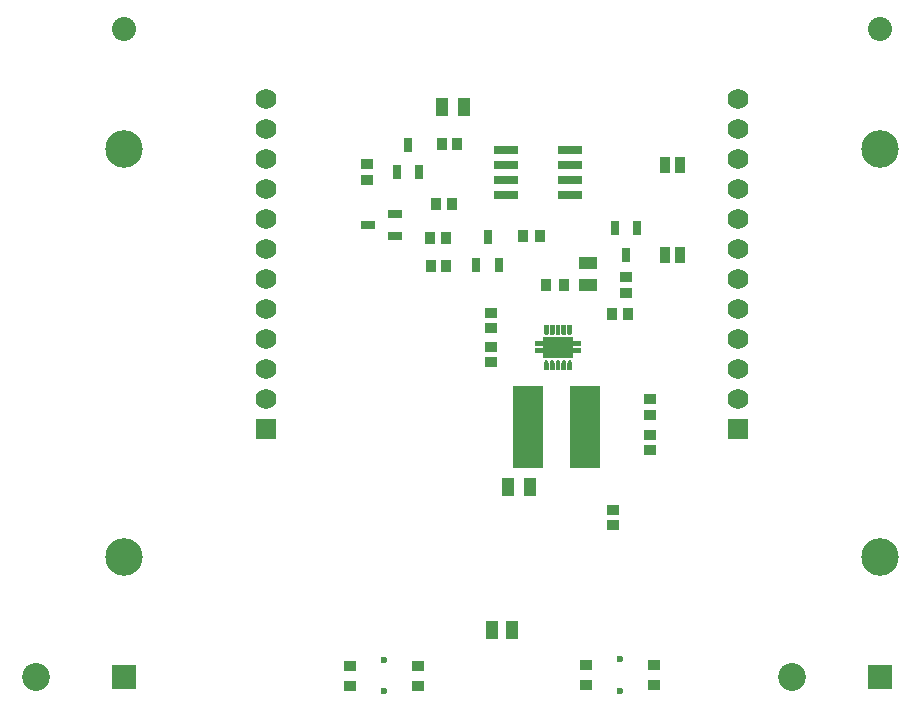
<source format=gbr>
G04 DipTrace 2.4.0.2*
%INTopMask.gbr*%
%MOMM*%
%ADD43C,3.18*%
%ADD44C,2.36*%
%ADD45C,0.6*%
%ADD51R,0.9X1.41*%
%ADD53R,1.19X0.79*%
%ADD55R,1.14X0.84*%
%ADD57R,2.64X6.94*%
%ADD59R,2.14X0.74*%
%ADD61C,0.64*%
%ADD63R,0.99X1.54*%
%ADD65R,0.79X1.19*%
%ADD67R,0.94X1.04*%
%ADD69R,1.54X1.09*%
%ADD71C,1.76*%
%ADD73R,1.76X1.76*%
%ADD75R,1.09X1.54*%
%ADD77R,1.04X0.94*%
%ADD79C,2.04*%
%ADD81R,2.04X2.04*%
%FSLAX53Y53*%
G04*
G71*
G90*
G75*
G01*
%LNTopMask*%
%LPD*%
D81*
X27580Y43910D3*
D79*
Y98770D3*
D43*
Y54070D3*
Y88610D3*
D44*
X20110Y43910D3*
D77*
X70058Y77728D3*
Y76428D3*
D75*
X61906Y59946D3*
X60056D3*
D73*
X39580Y64900D3*
D71*
Y67440D3*
Y69980D3*
Y72520D3*
Y75060D3*
Y77600D3*
Y80140D3*
Y82680D3*
Y85220D3*
Y87760D3*
Y90300D3*
Y92840D3*
D73*
X79580Y64900D3*
D71*
Y67440D3*
Y69980D3*
Y72520D3*
Y75060D3*
Y77600D3*
Y80140D3*
Y82680D3*
Y85220D3*
Y87760D3*
Y90300D3*
Y92840D3*
D69*
X66855Y77120D3*
Y78970D3*
D75*
X54499Y92175D3*
X56349D3*
D67*
X64819Y77093D3*
X63319D3*
X61326Y81220D3*
X62826D3*
D65*
X50689Y86618D3*
X52589D3*
X51639Y88918D3*
D63*
X60455Y47880D3*
X58705D3*
D65*
X71047Y81897D3*
X69147D3*
X70097Y79597D3*
G36*
X65029Y73051D2*
X65011Y72967D1*
X64957Y72897D1*
X64895Y72862D1*
X64819Y72849D1*
X64743Y72862D1*
X64681Y72897D1*
X64627Y72968D1*
X64609Y73052D1*
Y73714D1*
X65029D1*
Y73051D1*
G37*
G36*
X64529D2*
X64511Y72967D1*
X64457Y72897D1*
X64395Y72862D1*
X64319Y72849D1*
X64243Y72862D1*
X64181Y72897D1*
X64127Y72968D1*
X64109Y73052D1*
Y73714D1*
X64529D1*
Y73051D1*
G37*
G36*
X64029D2*
X64011Y72967D1*
X63957Y72897D1*
X63895Y72862D1*
X63819Y72849D1*
X63743Y72862D1*
X63681Y72897D1*
X63627Y72968D1*
X63609Y73052D1*
Y73714D1*
X64029D1*
Y73051D1*
G37*
G36*
X63529D2*
X63511Y72967D1*
X63457Y72897D1*
X63395Y72862D1*
X63319Y72849D1*
X63243Y72862D1*
X63181Y72897D1*
X63127Y72968D1*
X63109Y73052D1*
Y73714D1*
X63529D1*
Y73051D1*
G37*
G36*
X63109Y70513D2*
X63128Y70597D1*
X63182Y70667D1*
X63244Y70702D1*
X63319Y70715D1*
X63395Y70702D1*
X63457Y70667D1*
X63511Y70596D1*
X63529Y70513D1*
Y69850D1*
X63109D1*
Y70513D1*
G37*
G36*
X63609D2*
X63628Y70597D1*
X63682Y70667D1*
X63744Y70702D1*
X63819Y70715D1*
X63895Y70702D1*
X63957Y70667D1*
X64011Y70596D1*
X64029Y70513D1*
Y69850D1*
X63609D1*
Y70513D1*
G37*
G36*
X64109D2*
X64128Y70597D1*
X64182Y70667D1*
X64244Y70702D1*
X64319Y70715D1*
X64395Y70702D1*
X64457Y70667D1*
X64511Y70596D1*
X64529Y70513D1*
Y69850D1*
X64109D1*
Y70513D1*
G37*
G36*
X64609D2*
X64628Y70597D1*
X64682Y70667D1*
X64744Y70702D1*
X64819Y70715D1*
X64895Y70702D1*
X64957Y70667D1*
X65011Y70596D1*
X65029Y70513D1*
Y69850D1*
X64609D1*
Y70513D1*
G37*
G36*
X65109D2*
X65128Y70597D1*
X65182Y70667D1*
X65244Y70702D1*
X65319Y70715D1*
X65395Y70702D1*
X65457Y70667D1*
X65511Y70596D1*
X65529Y70513D1*
Y69850D1*
X65109D1*
Y70513D1*
G37*
D61*
X63569Y72307D3*
G36*
X65589Y72702D2*
X63049D1*
Y72297D1*
X62349D1*
Y71877D1*
X63049D1*
Y71737D1*
X62349D1*
Y71317D1*
X63049D1*
Y70912D1*
X65589D1*
Y71317D1*
X66289D1*
Y71737D1*
X65589D1*
Y71877D1*
X66289D1*
Y72297D1*
X65589D1*
Y72702D1*
G37*
G36*
X65529Y73051D2*
X65511Y72967D1*
X65457Y72897D1*
X65395Y72862D1*
X65319Y72849D1*
X65243Y72862D1*
X65181Y72897D1*
X65127Y72968D1*
X65109Y73052D1*
Y73714D1*
X65529D1*
Y73051D1*
G37*
D61*
X63569Y71307D3*
X65069Y72307D3*
X64319Y71807D3*
X65069Y71307D3*
D59*
X65296Y84713D3*
Y85983D3*
Y87253D3*
Y88523D3*
X59896D3*
Y87253D3*
Y85983D3*
Y84713D3*
D57*
X61803Y65026D3*
X66565D3*
D65*
X57399Y78803D3*
X59299D3*
X58349Y81103D3*
D77*
X72123Y64391D3*
Y63091D3*
Y67408D3*
Y66108D3*
D67*
X54008Y83904D3*
X55308D3*
X54499Y89000D3*
X55799D3*
X54832Y78695D3*
X53532D3*
D77*
X68947Y58070D3*
Y56770D3*
D67*
X70230Y74655D3*
X68930D3*
D55*
X66730Y44911D3*
Y43211D3*
X72430Y44911D3*
Y43211D3*
D45*
X69580Y45411D3*
Y42711D3*
D55*
X46730Y44863D3*
Y43163D3*
X52430Y44863D3*
Y43163D3*
D45*
X49580Y45363D3*
Y42663D3*
D53*
X50530Y81220D3*
Y83120D3*
X48230Y82170D3*
D77*
X48149Y85983D3*
Y87283D3*
D67*
X54817Y81062D3*
X53517D3*
D51*
X73393Y79633D3*
X74663D3*
Y87253D3*
X73393D3*
D77*
X58627Y71854D3*
Y70554D3*
X58643Y73426D3*
Y74726D3*
D81*
X91580Y43910D3*
D79*
Y98770D3*
D43*
Y54070D3*
Y88610D3*
D44*
X84110Y43910D3*
M02*

</source>
